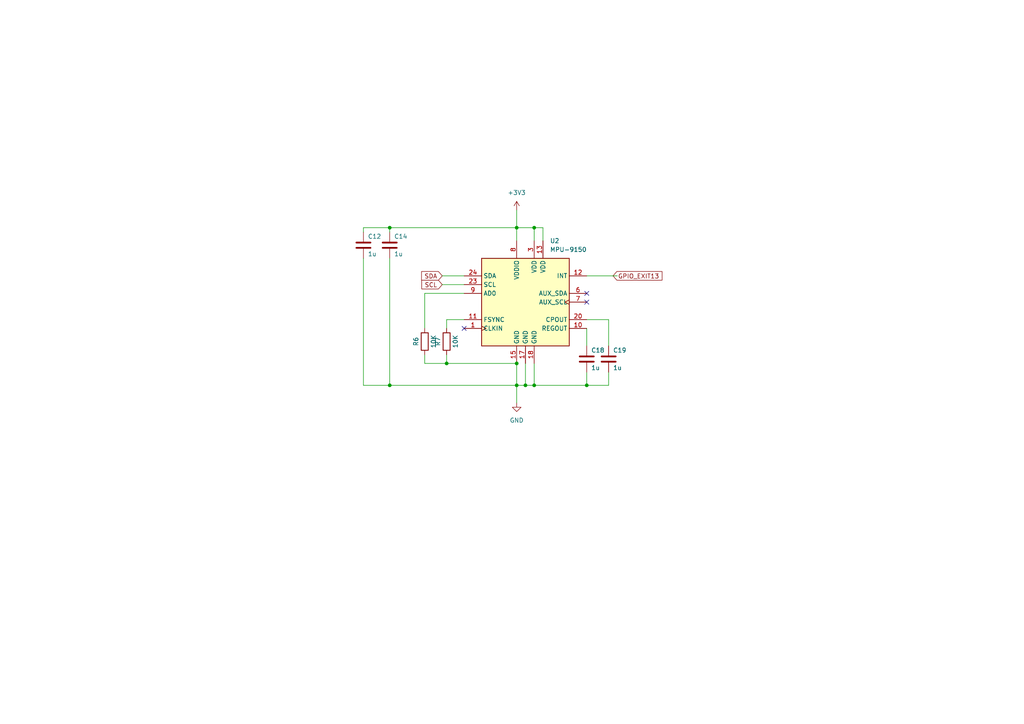
<source format=kicad_sch>
(kicad_sch (version 20211123) (generator eeschema)

  (uuid 33770b56-77ab-4a0c-a675-0ef4f02f8519)

  (paper "A4")

  (title_block
    (title "Robotic navigation system ")
    (date "2/26/2022")
    (company "Solarwind robotics")
  )

  (lib_symbols
    (symbol "Device:C" (pin_numbers hide) (pin_names (offset 0.254)) (in_bom yes) (on_board yes)
      (property "Reference" "C" (id 0) (at 0.635 2.54 0)
        (effects (font (size 1.27 1.27)) (justify left))
      )
      (property "Value" "C" (id 1) (at 0.635 -2.54 0)
        (effects (font (size 1.27 1.27)) (justify left))
      )
      (property "Footprint" "" (id 2) (at 0.9652 -3.81 0)
        (effects (font (size 1.27 1.27)) hide)
      )
      (property "Datasheet" "~" (id 3) (at 0 0 0)
        (effects (font (size 1.27 1.27)) hide)
      )
      (property "ki_keywords" "cap capacitor" (id 4) (at 0 0 0)
        (effects (font (size 1.27 1.27)) hide)
      )
      (property "ki_description" "Unpolarized capacitor" (id 5) (at 0 0 0)
        (effects (font (size 1.27 1.27)) hide)
      )
      (property "ki_fp_filters" "C_*" (id 6) (at 0 0 0)
        (effects (font (size 1.27 1.27)) hide)
      )
      (symbol "C_0_1"
        (polyline
          (pts
            (xy -2.032 -0.762)
            (xy 2.032 -0.762)
          )
          (stroke (width 0.508) (type default) (color 0 0 0 0))
          (fill (type none))
        )
        (polyline
          (pts
            (xy -2.032 0.762)
            (xy 2.032 0.762)
          )
          (stroke (width 0.508) (type default) (color 0 0 0 0))
          (fill (type none))
        )
      )
      (symbol "C_1_1"
        (pin passive line (at 0 3.81 270) (length 2.794)
          (name "~" (effects (font (size 1.27 1.27))))
          (number "1" (effects (font (size 1.27 1.27))))
        )
        (pin passive line (at 0 -3.81 90) (length 2.794)
          (name "~" (effects (font (size 1.27 1.27))))
          (number "2" (effects (font (size 1.27 1.27))))
        )
      )
    )
    (symbol "Device:R" (pin_numbers hide) (pin_names (offset 0)) (in_bom yes) (on_board yes)
      (property "Reference" "R" (id 0) (at 2.032 0 90)
        (effects (font (size 1.27 1.27)))
      )
      (property "Value" "R" (id 1) (at 0 0 90)
        (effects (font (size 1.27 1.27)))
      )
      (property "Footprint" "" (id 2) (at -1.778 0 90)
        (effects (font (size 1.27 1.27)) hide)
      )
      (property "Datasheet" "~" (id 3) (at 0 0 0)
        (effects (font (size 1.27 1.27)) hide)
      )
      (property "ki_keywords" "R res resistor" (id 4) (at 0 0 0)
        (effects (font (size 1.27 1.27)) hide)
      )
      (property "ki_description" "Resistor" (id 5) (at 0 0 0)
        (effects (font (size 1.27 1.27)) hide)
      )
      (property "ki_fp_filters" "R_*" (id 6) (at 0 0 0)
        (effects (font (size 1.27 1.27)) hide)
      )
      (symbol "R_0_1"
        (rectangle (start -1.016 -2.54) (end 1.016 2.54)
          (stroke (width 0.254) (type default) (color 0 0 0 0))
          (fill (type none))
        )
      )
      (symbol "R_1_1"
        (pin passive line (at 0 3.81 270) (length 1.27)
          (name "~" (effects (font (size 1.27 1.27))))
          (number "1" (effects (font (size 1.27 1.27))))
        )
        (pin passive line (at 0 -3.81 90) (length 1.27)
          (name "~" (effects (font (size 1.27 1.27))))
          (number "2" (effects (font (size 1.27 1.27))))
        )
      )
    )
    (symbol "Sensor_Motion:MPU-9150" (in_bom yes) (on_board yes)
      (property "Reference" "U" (id 0) (at -11.43 13.97 0)
        (effects (font (size 1.27 1.27)))
      )
      (property "Value" "MPU-9150" (id 1) (at 8.89 -13.97 0)
        (effects (font (size 1.27 1.27)))
      )
      (property "Footprint" "Sensor_Motion:InvenSense_QFN-24_4x4mm_P0.5mm" (id 2) (at 0 -20.32 0)
        (effects (font (size 1.27 1.27)) hide)
      )
      (property "Datasheet" "https://www.invensense.com/wp-content/uploads/2015/02/MPU-9150-Datasheet.pdf" (id 3) (at 0 -3.81 0)
        (effects (font (size 1.27 1.27)) hide)
      )
      (property "ki_keywords" "mems magnetometer" (id 4) (at 0 0 0)
        (effects (font (size 1.27 1.27)) hide)
      )
      (property "ki_description" "InvenSense 9-Axis Motion Sensor, Accelerometer, Gyroscope, Compass, I2C" (id 5) (at 0 0 0)
        (effects (font (size 1.27 1.27)) hide)
      )
      (property "ki_fp_filters" "*QFN-24*4x4mm*P0.5mm*" (id 6) (at 0 0 0)
        (effects (font (size 1.27 1.27)) hide)
      )
      (symbol "MPU-9150_0_1"
        (rectangle (start -12.7 12.7) (end 12.7 -12.7)
          (stroke (width 0.254) (type default) (color 0 0 0 0))
          (fill (type background))
        )
      )
      (symbol "MPU-9150_1_1"
        (pin input clock (at -17.78 -7.62 0) (length 5.08)
          (name "CLKIN" (effects (font (size 1.27 1.27))))
          (number "1" (effects (font (size 1.27 1.27))))
        )
        (pin passive line (at 17.78 -7.62 180) (length 5.08)
          (name "REGOUT" (effects (font (size 1.27 1.27))))
          (number "10" (effects (font (size 1.27 1.27))))
        )
        (pin input line (at -17.78 -5.08 0) (length 5.08)
          (name "FSYNC" (effects (font (size 1.27 1.27))))
          (number "11" (effects (font (size 1.27 1.27))))
        )
        (pin output line (at 17.78 7.62 180) (length 5.08)
          (name "INT" (effects (font (size 1.27 1.27))))
          (number "12" (effects (font (size 1.27 1.27))))
        )
        (pin power_in line (at 5.08 17.78 270) (length 5.08)
          (name "VDD" (effects (font (size 1.27 1.27))))
          (number "13" (effects (font (size 1.27 1.27))))
        )
        (pin power_in line (at -2.54 -17.78 90) (length 5.08)
          (name "GND" (effects (font (size 1.27 1.27))))
          (number "15" (effects (font (size 1.27 1.27))))
        )
        (pin power_in line (at 0 -17.78 90) (length 5.08)
          (name "GND" (effects (font (size 1.27 1.27))))
          (number "17" (effects (font (size 1.27 1.27))))
        )
        (pin power_in line (at 2.54 -17.78 90) (length 5.08)
          (name "GND" (effects (font (size 1.27 1.27))))
          (number "18" (effects (font (size 1.27 1.27))))
        )
        (pin passive line (at 17.78 -5.08 180) (length 5.08)
          (name "CPOUT" (effects (font (size 1.27 1.27))))
          (number "20" (effects (font (size 1.27 1.27))))
        )
        (pin input line (at -17.78 5.08 0) (length 5.08)
          (name "SCL" (effects (font (size 1.27 1.27))))
          (number "23" (effects (font (size 1.27 1.27))))
        )
        (pin bidirectional line (at -17.78 7.62 0) (length 5.08)
          (name "SDA" (effects (font (size 1.27 1.27))))
          (number "24" (effects (font (size 1.27 1.27))))
        )
        (pin power_in line (at 2.54 17.78 270) (length 5.08)
          (name "VDD" (effects (font (size 1.27 1.27))))
          (number "3" (effects (font (size 1.27 1.27))))
        )
        (pin bidirectional line (at 17.78 2.54 180) (length 5.08)
          (name "AUX_SDA" (effects (font (size 1.27 1.27))))
          (number "6" (effects (font (size 1.27 1.27))))
        )
        (pin output clock (at 17.78 0 180) (length 5.08)
          (name "AUX_SCL" (effects (font (size 1.27 1.27))))
          (number "7" (effects (font (size 1.27 1.27))))
        )
        (pin power_in line (at -2.54 17.78 270) (length 5.08)
          (name "VDDIO" (effects (font (size 1.27 1.27))))
          (number "8" (effects (font (size 1.27 1.27))))
        )
        (pin input line (at -17.78 2.54 0) (length 5.08)
          (name "AD0" (effects (font (size 1.27 1.27))))
          (number "9" (effects (font (size 1.27 1.27))))
        )
      )
    )
    (symbol "power:+3.3V" (power) (pin_names (offset 0)) (in_bom yes) (on_board yes)
      (property "Reference" "#PWR" (id 0) (at 0 -3.81 0)
        (effects (font (size 1.27 1.27)) hide)
      )
      (property "Value" "+3.3V" (id 1) (at 0 3.556 0)
        (effects (font (size 1.27 1.27)))
      )
      (property "Footprint" "" (id 2) (at 0 0 0)
        (effects (font (size 1.27 1.27)) hide)
      )
      (property "Datasheet" "" (id 3) (at 0 0 0)
        (effects (font (size 1.27 1.27)) hide)
      )
      (property "ki_keywords" "power-flag" (id 4) (at 0 0 0)
        (effects (font (size 1.27 1.27)) hide)
      )
      (property "ki_description" "Power symbol creates a global label with name \"+3.3V\"" (id 5) (at 0 0 0)
        (effects (font (size 1.27 1.27)) hide)
      )
      (symbol "+3.3V_0_1"
        (polyline
          (pts
            (xy -0.762 1.27)
            (xy 0 2.54)
          )
          (stroke (width 0) (type default) (color 0 0 0 0))
          (fill (type none))
        )
        (polyline
          (pts
            (xy 0 0)
            (xy 0 2.54)
          )
          (stroke (width 0) (type default) (color 0 0 0 0))
          (fill (type none))
        )
        (polyline
          (pts
            (xy 0 2.54)
            (xy 0.762 1.27)
          )
          (stroke (width 0) (type default) (color 0 0 0 0))
          (fill (type none))
        )
      )
      (symbol "+3.3V_1_1"
        (pin power_in line (at 0 0 90) (length 0) hide
          (name "+3V3" (effects (font (size 1.27 1.27))))
          (number "1" (effects (font (size 1.27 1.27))))
        )
      )
    )
    (symbol "power:GND" (power) (pin_names (offset 0)) (in_bom yes) (on_board yes)
      (property "Reference" "#PWR" (id 0) (at 0 -6.35 0)
        (effects (font (size 1.27 1.27)) hide)
      )
      (property "Value" "GND" (id 1) (at 0 -3.81 0)
        (effects (font (size 1.27 1.27)))
      )
      (property "Footprint" "" (id 2) (at 0 0 0)
        (effects (font (size 1.27 1.27)) hide)
      )
      (property "Datasheet" "" (id 3) (at 0 0 0)
        (effects (font (size 1.27 1.27)) hide)
      )
      (property "ki_keywords" "power-flag" (id 4) (at 0 0 0)
        (effects (font (size 1.27 1.27)) hide)
      )
      (property "ki_description" "Power symbol creates a global label with name \"GND\" , ground" (id 5) (at 0 0 0)
        (effects (font (size 1.27 1.27)) hide)
      )
      (symbol "GND_0_1"
        (polyline
          (pts
            (xy 0 0)
            (xy 0 -1.27)
            (xy 1.27 -1.27)
            (xy 0 -2.54)
            (xy -1.27 -1.27)
            (xy 0 -1.27)
          )
          (stroke (width 0) (type default) (color 0 0 0 0))
          (fill (type none))
        )
      )
      (symbol "GND_1_1"
        (pin power_in line (at 0 0 270) (length 0) hide
          (name "GND" (effects (font (size 1.27 1.27))))
          (number "1" (effects (font (size 1.27 1.27))))
        )
      )
    )
  )

  (junction (at 149.86 105.41) (diameter 0) (color 0 0 0 0)
    (uuid 16828234-816b-4649-982d-d8e0036fe0dd)
  )
  (junction (at 170.18 111.76) (diameter 0) (color 0 0 0 0)
    (uuid 18843767-30d0-4287-a151-d437681ac393)
  )
  (junction (at 149.86 111.76) (diameter 0) (color 0 0 0 0)
    (uuid 5dcc37f5-3658-4ad8-9997-22221290e6a5)
  )
  (junction (at 149.86 66.04) (diameter 0) (color 0 0 0 0)
    (uuid 68bbd424-4f20-43d7-83e6-4ce843af542b)
  )
  (junction (at 113.03 66.04) (diameter 0) (color 0 0 0 0)
    (uuid 7bc09eeb-de5a-43ed-88ad-36b4d9670208)
  )
  (junction (at 154.94 66.04) (diameter 0) (color 0 0 0 0)
    (uuid 7c256a53-bf82-4a54-88e2-6232edef27bb)
  )
  (junction (at 113.03 111.76) (diameter 0) (color 0 0 0 0)
    (uuid 9c5a28b8-f993-4a39-bffc-93bc65f34fca)
  )
  (junction (at 154.94 111.76) (diameter 0) (color 0 0 0 0)
    (uuid e6d92729-3983-4a68-b9de-d7685f6a5e79)
  )
  (junction (at 152.4 111.76) (diameter 0) (color 0 0 0 0)
    (uuid eb18aae9-f69f-46c9-a0ea-e7fac68f141c)
  )
  (junction (at 129.54 105.41) (diameter 0) (color 0 0 0 0)
    (uuid f6c54518-e50c-4175-b681-8a78f497c6ca)
  )

  (no_connect (at 134.62 95.25) (uuid 942e9c4b-0500-4252-bc84-f69d2727a659))
  (no_connect (at 170.18 85.09) (uuid d02118b1-ea8a-4a5f-8a89-975f7986a7e4))
  (no_connect (at 170.18 87.63) (uuid d02118b1-ea8a-4a5f-8a89-975f7986a7e5))

  (wire (pts (xy 113.03 66.04) (xy 105.41 66.04))
    (stroke (width 0) (type default) (color 0 0 0 0))
    (uuid 053b2e8f-bb53-4256-99eb-6fb4f4272aa9)
  )
  (wire (pts (xy 170.18 95.25) (xy 170.18 100.33))
    (stroke (width 0) (type default) (color 0 0 0 0))
    (uuid 0d7adbb6-532c-4182-ab15-15089b26c162)
  )
  (wire (pts (xy 154.94 105.41) (xy 154.94 111.76))
    (stroke (width 0) (type default) (color 0 0 0 0))
    (uuid 0ebc4574-8bf0-440f-aebe-e2a8bdcfc96a)
  )
  (wire (pts (xy 149.86 111.76) (xy 149.86 116.84))
    (stroke (width 0) (type default) (color 0 0 0 0))
    (uuid 16f34f97-613b-4fe1-9ba0-f729bb743e7a)
  )
  (wire (pts (xy 134.62 92.71) (xy 129.54 92.71))
    (stroke (width 0) (type default) (color 0 0 0 0))
    (uuid 1d0f6bb2-36a9-46bf-9a88-5fc39d89da27)
  )
  (wire (pts (xy 170.18 92.71) (xy 176.53 92.71))
    (stroke (width 0) (type default) (color 0 0 0 0))
    (uuid 273d9a7c-796e-47fd-b6c3-8540deea5ce2)
  )
  (wire (pts (xy 149.86 66.04) (xy 113.03 66.04))
    (stroke (width 0) (type default) (color 0 0 0 0))
    (uuid 33aafd18-0338-481d-b9fc-b13d0d0504e3)
  )
  (wire (pts (xy 170.18 107.95) (xy 170.18 111.76))
    (stroke (width 0) (type default) (color 0 0 0 0))
    (uuid 424b0795-8ce8-415e-b0dc-195f4e3bd0f0)
  )
  (wire (pts (xy 176.53 111.76) (xy 170.18 111.76))
    (stroke (width 0) (type default) (color 0 0 0 0))
    (uuid 45bdee0b-8f83-4720-ae63-26e8dd792508)
  )
  (wire (pts (xy 128.27 82.55) (xy 134.62 82.55))
    (stroke (width 0) (type default) (color 0 0 0 0))
    (uuid 492036ca-2c92-42b8-af13-608a10d6c3d0)
  )
  (wire (pts (xy 123.19 85.09) (xy 134.62 85.09))
    (stroke (width 0) (type default) (color 0 0 0 0))
    (uuid 6a44b3eb-1ce2-4432-a9bf-a0358e0f6f6e)
  )
  (wire (pts (xy 157.48 66.04) (xy 154.94 66.04))
    (stroke (width 0) (type default) (color 0 0 0 0))
    (uuid 6c876e17-3fc0-465e-91fd-62aaec706864)
  )
  (wire (pts (xy 152.4 111.76) (xy 149.86 111.76))
    (stroke (width 0) (type default) (color 0 0 0 0))
    (uuid 6cb8afbd-1e3e-410e-8785-94489c57be46)
  )
  (wire (pts (xy 113.03 74.93) (xy 113.03 111.76))
    (stroke (width 0) (type default) (color 0 0 0 0))
    (uuid 784bdff4-68a7-4ff6-88d0-26625fc36456)
  )
  (wire (pts (xy 154.94 111.76) (xy 152.4 111.76))
    (stroke (width 0) (type default) (color 0 0 0 0))
    (uuid 787f3834-d081-4e3c-96ff-acfcca4afc9c)
  )
  (wire (pts (xy 128.27 80.01) (xy 134.62 80.01))
    (stroke (width 0) (type default) (color 0 0 0 0))
    (uuid 8c25aa5b-94da-4595-ad15-36e660e91b5c)
  )
  (wire (pts (xy 105.41 111.76) (xy 113.03 111.76))
    (stroke (width 0) (type default) (color 0 0 0 0))
    (uuid 8c9fcf4a-ea76-4a0c-9e47-ade2a84f32a2)
  )
  (wire (pts (xy 129.54 102.87) (xy 129.54 105.41))
    (stroke (width 0) (type default) (color 0 0 0 0))
    (uuid 8d0654f8-0389-4fa7-8f6b-866af7dc9039)
  )
  (wire (pts (xy 129.54 105.41) (xy 149.86 105.41))
    (stroke (width 0) (type default) (color 0 0 0 0))
    (uuid 8e30c404-af8b-4425-a5bc-ae205d87191a)
  )
  (wire (pts (xy 176.53 92.71) (xy 176.53 100.33))
    (stroke (width 0) (type default) (color 0 0 0 0))
    (uuid 8ec95cd6-bc47-43ae-84b7-18694fc9279e)
  )
  (wire (pts (xy 170.18 80.01) (xy 179.07 80.01))
    (stroke (width 0) (type default) (color 0 0 0 0))
    (uuid 925b7156-3fc1-4e74-9b77-88f5caf7915d)
  )
  (wire (pts (xy 123.19 85.09) (xy 123.19 95.25))
    (stroke (width 0) (type default) (color 0 0 0 0))
    (uuid a3d05b05-f298-4fe9-8131-d3ff37335d9d)
  )
  (wire (pts (xy 113.03 111.76) (xy 149.86 111.76))
    (stroke (width 0) (type default) (color 0 0 0 0))
    (uuid a6098644-0e48-4474-9193-78a501a742e6)
  )
  (wire (pts (xy 129.54 92.71) (xy 129.54 95.25))
    (stroke (width 0) (type default) (color 0 0 0 0))
    (uuid ad4c838e-9a7f-4cf4-b32b-de6f7120f86c)
  )
  (wire (pts (xy 123.19 105.41) (xy 129.54 105.41))
    (stroke (width 0) (type default) (color 0 0 0 0))
    (uuid ade53f57-faca-49a1-874d-7aa9610231e5)
  )
  (wire (pts (xy 152.4 105.41) (xy 152.4 111.76))
    (stroke (width 0) (type default) (color 0 0 0 0))
    (uuid be194cae-c4dc-4b1e-b202-b00b95b3d266)
  )
  (wire (pts (xy 154.94 69.85) (xy 154.94 66.04))
    (stroke (width 0) (type default) (color 0 0 0 0))
    (uuid c08be305-951d-48b0-92e3-05314c581838)
  )
  (wire (pts (xy 149.86 105.41) (xy 149.86 111.76))
    (stroke (width 0) (type default) (color 0 0 0 0))
    (uuid c6603daf-8c40-4119-a0b8-458767f3901f)
  )
  (wire (pts (xy 105.41 74.93) (xy 105.41 111.76))
    (stroke (width 0) (type default) (color 0 0 0 0))
    (uuid cc5184df-5d7d-442c-ba9d-23168cba7fad)
  )
  (wire (pts (xy 176.53 107.95) (xy 176.53 111.76))
    (stroke (width 0) (type default) (color 0 0 0 0))
    (uuid cd507bff-188f-45f9-ae90-323d8f98443a)
  )
  (wire (pts (xy 170.18 111.76) (xy 154.94 111.76))
    (stroke (width 0) (type default) (color 0 0 0 0))
    (uuid cf18e6e9-0c71-48fb-81e8-83246eb033d0)
  )
  (wire (pts (xy 157.48 69.85) (xy 157.48 66.04))
    (stroke (width 0) (type default) (color 0 0 0 0))
    (uuid d3770a78-a1cc-47aa-8a2b-16229fb1e701)
  )
  (wire (pts (xy 123.19 102.87) (xy 123.19 105.41))
    (stroke (width 0) (type default) (color 0 0 0 0))
    (uuid ddc6cad2-4252-46db-bca2-20e17ad29d77)
  )
  (wire (pts (xy 149.86 66.04) (xy 149.86 69.85))
    (stroke (width 0) (type default) (color 0 0 0 0))
    (uuid e862e934-8ab7-4fcd-bd8e-c2b72c060746)
  )
  (wire (pts (xy 113.03 66.04) (xy 113.03 67.31))
    (stroke (width 0) (type default) (color 0 0 0 0))
    (uuid ecbef38d-aafd-4ac3-b14d-046fc3337232)
  )
  (wire (pts (xy 149.86 60.96) (xy 149.86 66.04))
    (stroke (width 0) (type default) (color 0 0 0 0))
    (uuid f226972e-d360-42a3-9eab-087a24b696f7)
  )
  (wire (pts (xy 154.94 66.04) (xy 149.86 66.04))
    (stroke (width 0) (type default) (color 0 0 0 0))
    (uuid f3958702-4769-4682-8398-e35966962be3)
  )
  (wire (pts (xy 105.41 66.04) (xy 105.41 67.31))
    (stroke (width 0) (type default) (color 0 0 0 0))
    (uuid f6cd34d4-aace-4b13-b7a5-373979d04e17)
  )

  (global_label "SDA" (shape input) (at 128.27 80.01 180) (fields_autoplaced)
    (effects (font (size 1.27 1.27)) (justify right))
    (uuid 123f2a2a-afdf-48ff-996b-3c6c1310d0ee)
    (property "Intersheet References" "${INTERSHEET_REFS}" (id 0) (at 122.2888 79.9306 0)
      (effects (font (size 1.27 1.27)) (justify right) hide)
    )
  )
  (global_label "SCL" (shape input) (at 128.27 82.55 180) (fields_autoplaced)
    (effects (font (size 1.27 1.27)) (justify right))
    (uuid 1411145d-8244-409b-8931-b2cc9e3a91ba)
    (property "Intersheet References" "${INTERSHEET_REFS}" (id 0) (at 122.3493 82.4706 0)
      (effects (font (size 1.27 1.27)) (justify right) hide)
    )
  )
  (global_label "GPIO_EXIT13" (shape input) (at 177.8 80.01 0) (fields_autoplaced)
    (effects (font (size 1.27 1.27)) (justify left))
    (uuid 9135f0b5-c5aa-4948-a5e4-769c872ca210)
    (property "Intersheet References" "${INTERSHEET_REFS}" (id 0) (at 192.006 79.9306 0)
      (effects (font (size 1.27 1.27)) (justify left) hide)
    )
  )

  (symbol (lib_id "power:+3.3V") (at 149.86 60.96 0) (unit 1)
    (in_bom yes) (on_board yes) (fields_autoplaced)
    (uuid 02a3e16a-c83a-4e48-a193-6709c15c26aa)
    (property "Reference" "#PWR021" (id 0) (at 149.86 64.77 0)
      (effects (font (size 1.27 1.27)) hide)
    )
    (property "Value" "+3.3V" (id 1) (at 149.86 55.88 0))
    (property "Footprint" "" (id 2) (at 149.86 60.96 0)
      (effects (font (size 1.27 1.27)) hide)
    )
    (property "Datasheet" "" (id 3) (at 149.86 60.96 0)
      (effects (font (size 1.27 1.27)) hide)
    )
    (pin "1" (uuid ffefc074-e9b3-49c1-9f3f-01eb05397008))
  )

  (symbol (lib_id "Device:C") (at 176.53 104.14 0) (unit 1)
    (in_bom yes) (on_board yes)
    (uuid 1a2eeca1-ef3e-4839-8265-83e9b12615e8)
    (property "Reference" "C19" (id 0) (at 177.8 101.6 0)
      (effects (font (size 1.27 1.27)) (justify left))
    )
    (property "Value" "1u" (id 1) (at 177.8 106.68 0)
      (effects (font (size 1.27 1.27)) (justify left))
    )
    (property "Footprint" "Capacitor_SMD:C_0603_1608Metric_Pad1.08x0.95mm_HandSolder" (id 2) (at 177.4952 107.95 0)
      (effects (font (size 1.27 1.27)) hide)
    )
    (property "Datasheet" "~" (id 3) (at 176.53 104.14 0)
      (effects (font (size 1.27 1.27)) hide)
    )
    (property "LCSC" "C15849" (id 4) (at 176.53 104.14 0)
      (effects (font (size 1.27 1.27)) hide)
    )
    (pin "1" (uuid 89a04c09-d572-4cb7-ad5d-fb787ec72509))
    (pin "2" (uuid ef7ccd60-55fe-4442-bb51-e3950dcddcb6))
  )

  (symbol (lib_id "Device:R") (at 123.19 99.06 180) (unit 1)
    (in_bom yes) (on_board yes)
    (uuid 3082a33b-c968-4ab7-9347-8288ef32e7f0)
    (property "Reference" "R6" (id 0) (at 120.65 99.06 90))
    (property "Value" "10K" (id 1) (at 125.73 99.06 90))
    (property "Footprint" "Resistor_SMD:R_0402_1005Metric_Pad0.72x0.64mm_HandSolder" (id 2) (at 124.968 99.06 90)
      (effects (font (size 1.27 1.27)) hide)
    )
    (property "Datasheet" "~" (id 3) (at 123.19 99.06 0)
      (effects (font (size 1.27 1.27)) hide)
    )
    (property "LCSC" "C25744" (id 4) (at 123.19 99.06 90)
      (effects (font (size 1.27 1.27)) hide)
    )
    (pin "1" (uuid d5c229b2-ffc8-44f4-a479-c179789273f4))
    (pin "2" (uuid 2d67d806-a9bb-408a-9db5-c587aa20152e))
  )

  (symbol (lib_id "Sensor_Motion:MPU-9150") (at 152.4 87.63 0) (unit 1)
    (in_bom yes) (on_board yes) (fields_autoplaced)
    (uuid 34e21e59-7d72-4efb-92bf-2065b72b10c6)
    (property "Reference" "U2" (id 0) (at 159.4994 69.85 0)
      (effects (font (size 1.27 1.27)) (justify left))
    )
    (property "Value" "MPU-9150" (id 1) (at 159.4994 72.39 0)
      (effects (font (size 1.27 1.27)) (justify left))
    )
    (property "Footprint" "Sensor_Motion:InvenSense_QFN-24_4x4mm_P0.5mm" (id 2) (at 152.4 107.95 0)
      (effects (font (size 1.27 1.27)) hide)
    )
    (property "Datasheet" "https://www.invensense.com/wp-content/uploads/2015/02/MPU-9150-Datasheet.pdf" (id 3) (at 152.4 91.44 0)
      (effects (font (size 1.27 1.27)) hide)
    )
    (property "LCSC" "C71459" (id 4) (at 152.4 87.63 0)
      (effects (font (size 1.27 1.27)) hide)
    )
    (pin "1" (uuid 493c4c85-ca99-41b4-b537-8b4220bf16c1))
    (pin "10" (uuid a4441b2a-0401-4ced-b895-987bffac7420))
    (pin "11" (uuid e73cfe3c-6909-4bae-894f-b16a97761a62))
    (pin "12" (uuid 3e95d9d3-2266-42e9-8f77-c7fe4705928a))
    (pin "13" (uuid b977ae0f-7086-45d3-b31d-ba2a4e616eb6))
    (pin "15" (uuid 33a4a92d-ad47-48b1-9784-800ad96196bb))
    (pin "17" (uuid 27672939-ed40-4c58-b282-e0d428273de0))
    (pin "18" (uuid 97a0d547-effd-4716-b37e-e95a80825e5d))
    (pin "20" (uuid 51a67fe2-273c-4de2-be1e-55755cffa22f))
    (pin "23" (uuid 25c6a917-d855-46c7-aa5e-dd501d6a85d6))
    (pin "24" (uuid db21bc72-2e8e-480a-89f2-f977be940fd0))
    (pin "3" (uuid a142dc1d-0028-4851-9690-b5e8147f84ba))
    (pin "6" (uuid ca9264a1-d51e-4190-bbd1-c5d8bdff71f8))
    (pin "7" (uuid 0c3bd25b-5509-4b43-9225-1fcec9f26209))
    (pin "8" (uuid 09d5269f-f7c0-4d10-9e00-3db6927c1452))
    (pin "9" (uuid 1e08b6ec-9d89-4b1b-a4c9-38cdbc4a1a9b))
  )

  (symbol (lib_id "Device:C") (at 105.41 71.12 0) (unit 1)
    (in_bom yes) (on_board yes)
    (uuid 53abbc81-4fc2-492e-8a58-d8363918c3e7)
    (property "Reference" "C12" (id 0) (at 106.68 68.58 0)
      (effects (font (size 1.27 1.27)) (justify left))
    )
    (property "Value" "1u" (id 1) (at 106.68 73.66 0)
      (effects (font (size 1.27 1.27)) (justify left))
    )
    (property "Footprint" "Capacitor_SMD:C_0603_1608Metric_Pad1.08x0.95mm_HandSolder" (id 2) (at 106.3752 74.93 0)
      (effects (font (size 1.27 1.27)) hide)
    )
    (property "Datasheet" "~" (id 3) (at 105.41 71.12 0)
      (effects (font (size 1.27 1.27)) hide)
    )
    (property "LCSC" "C15849" (id 4) (at 105.41 71.12 0)
      (effects (font (size 1.27 1.27)) hide)
    )
    (pin "1" (uuid 65533347-406e-41b4-a2eb-4824c9a121a7))
    (pin "2" (uuid 8b2aac24-0cd6-4156-accf-dd14c965608d))
  )

  (symbol (lib_id "Device:C") (at 170.18 104.14 0) (unit 1)
    (in_bom yes) (on_board yes)
    (uuid 570ef770-32d8-4ee9-9b18-13b9b5c75bb6)
    (property "Reference" "C18" (id 0) (at 171.45 101.6 0)
      (effects (font (size 1.27 1.27)) (justify left))
    )
    (property "Value" "1u" (id 1) (at 171.45 106.68 0)
      (effects (font (size 1.27 1.27)) (justify left))
    )
    (property "Footprint" "Capacitor_SMD:C_0603_1608Metric_Pad1.08x0.95mm_HandSolder" (id 2) (at 171.1452 107.95 0)
      (effects (font (size 1.27 1.27)) hide)
    )
    (property "Datasheet" "~" (id 3) (at 170.18 104.14 0)
      (effects (font (size 1.27 1.27)) hide)
    )
    (property "LCSC" "C15849" (id 4) (at 170.18 104.14 0)
      (effects (font (size 1.27 1.27)) hide)
    )
    (pin "1" (uuid 56541a04-b960-41be-ac30-44516b03a656))
    (pin "2" (uuid ee3b5e7b-806d-4684-8d9d-ed975d5f24c3))
  )

  (symbol (lib_id "Device:R") (at 129.54 99.06 180) (unit 1)
    (in_bom yes) (on_board yes)
    (uuid 5a62c5e9-cba9-4580-a45a-bbd64b8dc6ae)
    (property "Reference" "R7" (id 0) (at 127 99.06 90))
    (property "Value" "10K" (id 1) (at 132.08 99.06 90))
    (property "Footprint" "Resistor_SMD:R_0402_1005Metric_Pad0.72x0.64mm_HandSolder" (id 2) (at 131.318 99.06 90)
      (effects (font (size 1.27 1.27)) hide)
    )
    (property "Datasheet" "~" (id 3) (at 129.54 99.06 0)
      (effects (font (size 1.27 1.27)) hide)
    )
    (property "LCSC" "C25744" (id 4) (at 129.54 99.06 90)
      (effects (font (size 1.27 1.27)) hide)
    )
    (pin "1" (uuid 761ba906-2309-4dc7-a89e-c4d1c275180e))
    (pin "2" (uuid a0f1d75e-e8d1-4245-ad74-12bff051844e))
  )

  (symbol (lib_id "power:GND") (at 149.86 116.84 0) (unit 1)
    (in_bom yes) (on_board yes) (fields_autoplaced)
    (uuid b708c312-c3d7-4d58-a04b-c307509fec12)
    (property "Reference" "#PWR022" (id 0) (at 149.86 123.19 0)
      (effects (font (size 1.27 1.27)) hide)
    )
    (property "Value" "GND" (id 1) (at 149.86 121.92 0))
    (property "Footprint" "" (id 2) (at 149.86 116.84 0)
      (effects (font (size 1.27 1.27)) hide)
    )
    (property "Datasheet" "" (id 3) (at 149.86 116.84 0)
      (effects (font (size 1.27 1.27)) hide)
    )
    (pin "1" (uuid 866fcc95-a24f-4455-aa6b-99a4ebb1a18a))
  )

  (symbol (lib_id "Device:C") (at 113.03 71.12 0) (unit 1)
    (in_bom yes) (on_board yes)
    (uuid ea730626-31c7-4bf1-a59f-b6656e36b0b3)
    (property "Reference" "C14" (id 0) (at 114.3 68.58 0)
      (effects (font (size 1.27 1.27)) (justify left))
    )
    (property "Value" "1u" (id 1) (at 114.3 73.66 0)
      (effects (font (size 1.27 1.27)) (justify left))
    )
    (property "Footprint" "Capacitor_SMD:C_0603_1608Metric_Pad1.08x0.95mm_HandSolder" (id 2) (at 113.9952 74.93 0)
      (effects (font (size 1.27 1.27)) hide)
    )
    (property "Datasheet" "~" (id 3) (at 113.03 71.12 0)
      (effects (font (size 1.27 1.27)) hide)
    )
    (property "LCSC" "C15849" (id 4) (at 113.03 71.12 0)
      (effects (font (size 1.27 1.27)) hide)
    )
    (pin "1" (uuid 0406ca1e-4811-4e10-b487-7da37da527c8))
    (pin "2" (uuid 3b23405a-bca7-4504-9e15-0250aae0ff73))
  )
)

</source>
